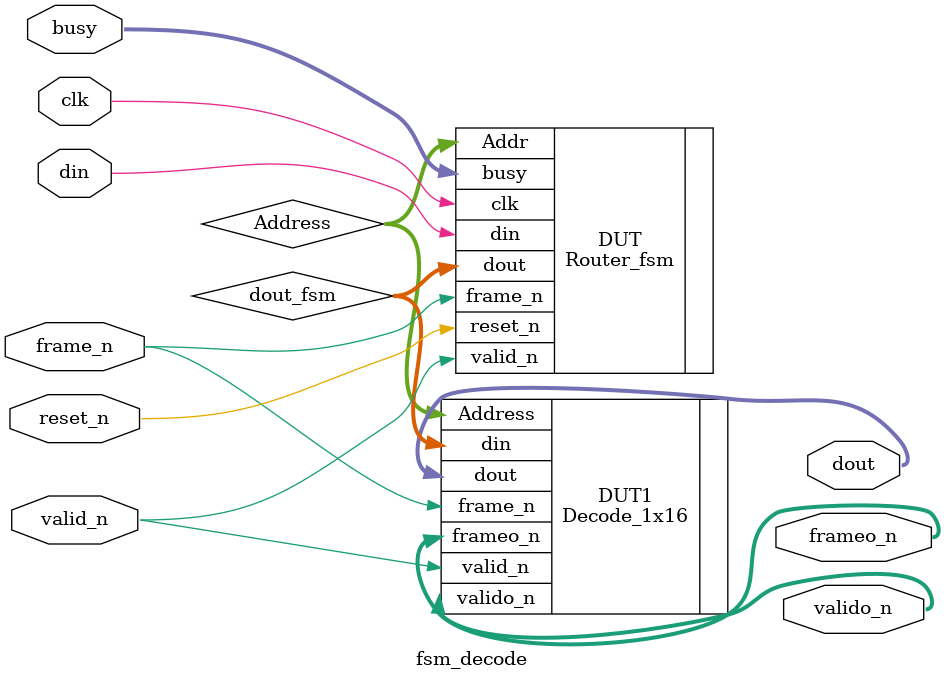
<source format=sv>
`timescale 1ns / 1ps



module fsm_decode(
    input clk,reset_n,
    input frame_n,
    input valid_n,
    input din,
    input [15:0] busy,
    output [15:0] frameo_n,
    output [15:0] valido_n,
    output [15:0] dout
    );
    wire [3:0] Address;
    wire [15:0] dout_fsm;
    Router_fsm DUT(.clk(clk),.reset_n(reset_n),.busy(busy),.valid_n(valid_n),.frame_n(frame_n),.din(din),.Addr(Address),.dout(dout_fsm));
    Decode_1x16 DUT1(.Address(Address),.frame_n(frame_n),.valid_n(valid_n),.din(dout_fsm),.frameo_n(frameo_n),.valido_n(valido_n),.dout(dout));
endmodule

</source>
